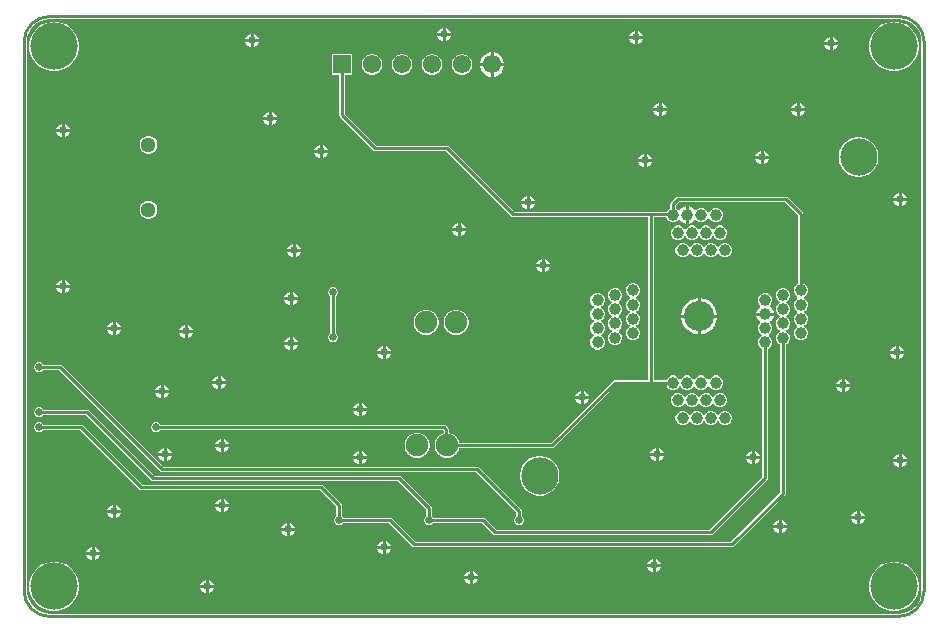
<source format=gbl>
G04*
G04 #@! TF.GenerationSoftware,Altium Limited,Altium Designer,21.3.2 (30)*
G04*
G04 Layer_Physical_Order=2*
G04 Layer_Color=65280*
%FSLAX24Y24*%
%MOIN*%
G70*
G04*
G04 #@! TF.SameCoordinates,FFBA0EC0-682D-4AE7-A023-BFB846BD403B*
G04*
G04*
G04 #@! TF.FilePolarity,Positive*
G04*
G01*
G75*
%ADD10C,0.0100*%
%ADD15C,0.0020*%
%ADD42R,0.0610X0.0610*%
%ADD43C,0.0610*%
%ADD44C,0.1004*%
%ADD45C,0.1240*%
%ADD46C,0.0394*%
%ADD47C,0.0512*%
%ADD48C,0.0750*%
%ADD49C,0.1575*%
%ADD50C,0.0250*%
G36*
X39301Y29894D02*
X39443Y29851D01*
X39573Y29781D01*
X39687Y29687D01*
X39781Y29573D01*
X39851Y29443D01*
X39894Y29301D01*
X39908Y29155D01*
X39908Y29154D01*
Y10846D01*
X39908Y10845D01*
X39894Y10699D01*
X39851Y10557D01*
X39781Y10427D01*
X39687Y10313D01*
X39573Y10219D01*
X39443Y10149D01*
X39301Y10106D01*
X39155Y10092D01*
X39154Y10092D01*
X10900D01*
X10898Y10091D01*
X10742Y10107D01*
X10590Y10153D01*
X10451Y10227D01*
X10328Y10328D01*
X10227Y10451D01*
X10153Y10590D01*
X10107Y10742D01*
X10091Y10898D01*
X10092Y10900D01*
Y29154D01*
X10092Y29155D01*
X10106Y29301D01*
X10149Y29443D01*
X10219Y29573D01*
X10313Y29687D01*
X10427Y29781D01*
X10557Y29851D01*
X10699Y29894D01*
X10845Y29908D01*
X10846Y29908D01*
X39154D01*
X39155Y29908D01*
X39301Y29894D01*
D02*
G37*
%LPC*%
G36*
X24050Y29623D02*
Y29450D01*
X24223D01*
X24191Y29527D01*
X24127Y29591D01*
X24050Y29623D01*
D02*
G37*
G36*
X23950D02*
X23873Y29591D01*
X23809Y29527D01*
X23777Y29450D01*
X23950D01*
Y29623D01*
D02*
G37*
G36*
X30450Y29523D02*
Y29350D01*
X30623D01*
X30591Y29427D01*
X30527Y29491D01*
X30450Y29523D01*
D02*
G37*
G36*
X30350D02*
X30273Y29491D01*
X30209Y29427D01*
X30177Y29350D01*
X30350D01*
Y29523D01*
D02*
G37*
G36*
X17650Y29423D02*
Y29250D01*
X17823D01*
X17791Y29327D01*
X17727Y29391D01*
X17650Y29423D01*
D02*
G37*
G36*
X17550D02*
X17473Y29391D01*
X17409Y29327D01*
X17377Y29250D01*
X17550D01*
Y29423D01*
D02*
G37*
G36*
X24223Y29350D02*
X24050D01*
Y29177D01*
X24127Y29209D01*
X24191Y29273D01*
X24223Y29350D01*
D02*
G37*
G36*
X23950D02*
X23777D01*
X23809Y29273D01*
X23873Y29209D01*
X23950Y29177D01*
Y29350D01*
D02*
G37*
G36*
X36950Y29323D02*
Y29150D01*
X37123D01*
X37091Y29227D01*
X37027Y29291D01*
X36950Y29323D01*
D02*
G37*
G36*
X36850D02*
X36773Y29291D01*
X36709Y29227D01*
X36677Y29150D01*
X36850D01*
Y29323D01*
D02*
G37*
G36*
X30623Y29250D02*
X30450D01*
Y29077D01*
X30527Y29109D01*
X30591Y29173D01*
X30623Y29250D01*
D02*
G37*
G36*
X30350D02*
X30177D01*
X30209Y29173D01*
X30273Y29109D01*
X30350Y29077D01*
Y29250D01*
D02*
G37*
G36*
X17823Y29150D02*
X17650D01*
Y28977D01*
X17727Y29009D01*
X17791Y29073D01*
X17823Y29150D01*
D02*
G37*
G36*
X17550D02*
X17377D01*
X17409Y29073D01*
X17473Y29009D01*
X17550Y28977D01*
Y29150D01*
D02*
G37*
G36*
X37123Y29050D02*
X36950D01*
Y28877D01*
X37027Y28909D01*
X37091Y28973D01*
X37123Y29050D01*
D02*
G37*
G36*
X36850D02*
X36677D01*
X36709Y28973D01*
X36773Y28909D01*
X36850Y28877D01*
Y29050D01*
D02*
G37*
G36*
X25653Y28805D02*
X25650D01*
Y28450D01*
X26005D01*
Y28453D01*
X25978Y28556D01*
X25924Y28649D01*
X25849Y28724D01*
X25756Y28778D01*
X25653Y28805D01*
D02*
G37*
G36*
X25550D02*
X25547D01*
X25444Y28778D01*
X25351Y28724D01*
X25276Y28649D01*
X25222Y28556D01*
X25195Y28453D01*
Y28450D01*
X25550D01*
Y28805D01*
D02*
G37*
G36*
X39081Y29827D02*
X38919D01*
X38759Y29796D01*
X38608Y29733D01*
X38473Y29643D01*
X38357Y29527D01*
X38267Y29392D01*
X38204Y29241D01*
X38173Y29081D01*
Y28919D01*
X38204Y28759D01*
X38267Y28608D01*
X38357Y28473D01*
X38473Y28357D01*
X38608Y28267D01*
X38759Y28204D01*
X38919Y28173D01*
X39081D01*
X39241Y28204D01*
X39392Y28267D01*
X39527Y28357D01*
X39643Y28473D01*
X39733Y28608D01*
X39796Y28759D01*
X39827Y28919D01*
Y29081D01*
X39796Y29241D01*
X39733Y29392D01*
X39643Y29527D01*
X39527Y29643D01*
X39392Y29733D01*
X39241Y29796D01*
X39081Y29827D01*
D02*
G37*
G36*
X11081D02*
X10919D01*
X10759Y29796D01*
X10608Y29733D01*
X10473Y29643D01*
X10357Y29527D01*
X10267Y29392D01*
X10204Y29241D01*
X10173Y29081D01*
Y28919D01*
X10204Y28759D01*
X10267Y28608D01*
X10357Y28473D01*
X10473Y28357D01*
X10608Y28267D01*
X10759Y28204D01*
X10919Y28173D01*
X11081D01*
X11241Y28204D01*
X11392Y28267D01*
X11527Y28357D01*
X11643Y28473D01*
X11733Y28608D01*
X11796Y28759D01*
X11827Y28919D01*
Y29081D01*
X11796Y29241D01*
X11733Y29392D01*
X11643Y29527D01*
X11527Y29643D01*
X11392Y29733D01*
X11241Y29796D01*
X11081Y29827D01*
D02*
G37*
G36*
X24645Y28745D02*
X24555D01*
X24467Y28722D01*
X24388Y28676D01*
X24324Y28612D01*
X24278Y28533D01*
X24255Y28445D01*
Y28355D01*
X24278Y28267D01*
X24324Y28188D01*
X24388Y28124D01*
X24467Y28078D01*
X24555Y28055D01*
X24645D01*
X24733Y28078D01*
X24812Y28124D01*
X24876Y28188D01*
X24922Y28267D01*
X24945Y28355D01*
Y28445D01*
X24922Y28533D01*
X24876Y28612D01*
X24812Y28676D01*
X24733Y28722D01*
X24645Y28745D01*
D02*
G37*
G36*
X23645D02*
X23555D01*
X23467Y28722D01*
X23388Y28676D01*
X23324Y28612D01*
X23278Y28533D01*
X23255Y28445D01*
Y28355D01*
X23278Y28267D01*
X23324Y28188D01*
X23388Y28124D01*
X23467Y28078D01*
X23555Y28055D01*
X23645D01*
X23733Y28078D01*
X23812Y28124D01*
X23876Y28188D01*
X23922Y28267D01*
X23945Y28355D01*
Y28445D01*
X23922Y28533D01*
X23876Y28612D01*
X23812Y28676D01*
X23733Y28722D01*
X23645Y28745D01*
D02*
G37*
G36*
X22645D02*
X22555D01*
X22467Y28722D01*
X22388Y28676D01*
X22324Y28612D01*
X22278Y28533D01*
X22255Y28445D01*
Y28355D01*
X22278Y28267D01*
X22324Y28188D01*
X22388Y28124D01*
X22467Y28078D01*
X22555Y28055D01*
X22645D01*
X22733Y28078D01*
X22812Y28124D01*
X22876Y28188D01*
X22922Y28267D01*
X22945Y28355D01*
Y28445D01*
X22922Y28533D01*
X22876Y28612D01*
X22812Y28676D01*
X22733Y28722D01*
X22645Y28745D01*
D02*
G37*
G36*
X21645D02*
X21555D01*
X21467Y28722D01*
X21388Y28676D01*
X21324Y28612D01*
X21278Y28533D01*
X21255Y28445D01*
Y28355D01*
X21278Y28267D01*
X21324Y28188D01*
X21388Y28124D01*
X21467Y28078D01*
X21555Y28055D01*
X21645D01*
X21733Y28078D01*
X21812Y28124D01*
X21876Y28188D01*
X21922Y28267D01*
X21945Y28355D01*
Y28445D01*
X21922Y28533D01*
X21876Y28612D01*
X21812Y28676D01*
X21733Y28722D01*
X21645Y28745D01*
D02*
G37*
G36*
X26005Y28350D02*
X25650D01*
Y27995D01*
X25653D01*
X25756Y28022D01*
X25849Y28076D01*
X25924Y28151D01*
X25978Y28244D01*
X26005Y28347D01*
Y28350D01*
D02*
G37*
G36*
X25550D02*
X25195D01*
Y28347D01*
X25222Y28244D01*
X25276Y28151D01*
X25351Y28076D01*
X25444Y28022D01*
X25547Y27995D01*
X25550D01*
Y28350D01*
D02*
G37*
G36*
X35850Y27123D02*
Y26950D01*
X36023D01*
X35991Y27027D01*
X35927Y27091D01*
X35850Y27123D01*
D02*
G37*
G36*
X35750D02*
X35673Y27091D01*
X35609Y27027D01*
X35577Y26950D01*
X35750D01*
Y27123D01*
D02*
G37*
G36*
X31250D02*
Y26950D01*
X31423D01*
X31391Y27027D01*
X31327Y27091D01*
X31250Y27123D01*
D02*
G37*
G36*
X31150D02*
X31073Y27091D01*
X31009Y27027D01*
X30977Y26950D01*
X31150D01*
Y27123D01*
D02*
G37*
G36*
X36023Y26850D02*
X35850D01*
Y26677D01*
X35927Y26709D01*
X35991Y26773D01*
X36023Y26850D01*
D02*
G37*
G36*
X35750D02*
X35577D01*
X35609Y26773D01*
X35673Y26709D01*
X35750Y26677D01*
Y26850D01*
D02*
G37*
G36*
X31423D02*
X31250D01*
Y26677D01*
X31327Y26709D01*
X31391Y26773D01*
X31423Y26850D01*
D02*
G37*
G36*
X31150D02*
X30977D01*
X31009Y26773D01*
X31073Y26709D01*
X31150Y26677D01*
Y26850D01*
D02*
G37*
G36*
X18250Y26823D02*
Y26650D01*
X18423D01*
X18391Y26727D01*
X18327Y26791D01*
X18250Y26823D01*
D02*
G37*
G36*
X18150D02*
X18073Y26791D01*
X18009Y26727D01*
X17977Y26650D01*
X18150D01*
Y26823D01*
D02*
G37*
G36*
X18423Y26550D02*
X18250D01*
Y26377D01*
X18327Y26409D01*
X18391Y26473D01*
X18423Y26550D01*
D02*
G37*
G36*
X18150D02*
X17977D01*
X18009Y26473D01*
X18073Y26409D01*
X18150Y26377D01*
Y26550D01*
D02*
G37*
G36*
X11350Y26423D02*
Y26250D01*
X11523D01*
X11491Y26327D01*
X11427Y26391D01*
X11350Y26423D01*
D02*
G37*
G36*
X11250D02*
X11173Y26391D01*
X11109Y26327D01*
X11077Y26250D01*
X11250D01*
Y26423D01*
D02*
G37*
G36*
X11523Y26150D02*
X11350D01*
Y25977D01*
X11427Y26009D01*
X11491Y26073D01*
X11523Y26150D01*
D02*
G37*
G36*
X11250D02*
X11077D01*
X11109Y26073D01*
X11173Y26009D01*
X11250Y25977D01*
Y26150D01*
D02*
G37*
G36*
X19950Y25723D02*
Y25550D01*
X20123D01*
X20091Y25627D01*
X20027Y25691D01*
X19950Y25723D01*
D02*
G37*
G36*
X19850D02*
X19773Y25691D01*
X19709Y25627D01*
X19677Y25550D01*
X19850D01*
Y25723D01*
D02*
G37*
G36*
X14183Y26017D02*
X14105D01*
X14030Y25997D01*
X13962Y25958D01*
X13907Y25903D01*
X13868Y25835D01*
X13848Y25760D01*
Y25682D01*
X13868Y25607D01*
X13907Y25539D01*
X13962Y25484D01*
X14030Y25445D01*
X14105Y25425D01*
X14183D01*
X14258Y25445D01*
X14326Y25484D01*
X14381Y25539D01*
X14420Y25607D01*
X14440Y25682D01*
Y25760D01*
X14420Y25835D01*
X14381Y25903D01*
X14326Y25958D01*
X14258Y25997D01*
X14183Y26017D01*
D02*
G37*
G36*
X34650Y25523D02*
Y25350D01*
X34823D01*
X34791Y25427D01*
X34727Y25491D01*
X34650Y25523D01*
D02*
G37*
G36*
X34550D02*
X34473Y25491D01*
X34409Y25427D01*
X34377Y25350D01*
X34550D01*
Y25523D01*
D02*
G37*
G36*
X20123Y25450D02*
X19950D01*
Y25277D01*
X20027Y25309D01*
X20091Y25373D01*
X20123Y25450D01*
D02*
G37*
G36*
X19850D02*
X19677D01*
X19709Y25373D01*
X19773Y25309D01*
X19850Y25277D01*
Y25450D01*
D02*
G37*
G36*
X30750Y25423D02*
Y25250D01*
X30923D01*
X30891Y25327D01*
X30827Y25391D01*
X30750Y25423D01*
D02*
G37*
G36*
X30650D02*
X30573Y25391D01*
X30509Y25327D01*
X30477Y25250D01*
X30650D01*
Y25423D01*
D02*
G37*
G36*
X34823Y25250D02*
X34650D01*
Y25077D01*
X34727Y25109D01*
X34791Y25173D01*
X34823Y25250D01*
D02*
G37*
G36*
X34550D02*
X34377D01*
X34409Y25173D01*
X34473Y25109D01*
X34550Y25077D01*
Y25250D01*
D02*
G37*
G36*
X30923Y25150D02*
X30750D01*
Y24977D01*
X30827Y25009D01*
X30891Y25073D01*
X30923Y25150D01*
D02*
G37*
G36*
X30650D02*
X30477D01*
X30509Y25073D01*
X30573Y25009D01*
X30650Y24977D01*
Y25150D01*
D02*
G37*
G36*
X37880Y25975D02*
X37750D01*
X37622Y25950D01*
X37502Y25900D01*
X37394Y25828D01*
X37302Y25736D01*
X37230Y25628D01*
X37180Y25507D01*
X37155Y25380D01*
Y25250D01*
X37180Y25122D01*
X37230Y25002D01*
X37302Y24894D01*
X37394Y24802D01*
X37502Y24730D01*
X37622Y24680D01*
X37750Y24655D01*
X37880D01*
X38008Y24680D01*
X38128Y24730D01*
X38236Y24802D01*
X38328Y24894D01*
X38400Y25002D01*
X38450Y25122D01*
X38475Y25250D01*
Y25380D01*
X38450Y25507D01*
X38400Y25628D01*
X38328Y25736D01*
X38236Y25828D01*
X38128Y25900D01*
X38008Y25950D01*
X37880Y25975D01*
D02*
G37*
G36*
X39250Y24123D02*
Y23950D01*
X39423D01*
X39391Y24027D01*
X39327Y24091D01*
X39250Y24123D01*
D02*
G37*
G36*
X39150D02*
X39073Y24091D01*
X39009Y24027D01*
X38977Y23950D01*
X39150D01*
Y24123D01*
D02*
G37*
G36*
X26850Y24023D02*
Y23850D01*
X27023D01*
X26991Y23927D01*
X26927Y23991D01*
X26850Y24023D01*
D02*
G37*
G36*
X26750D02*
X26673Y23991D01*
X26609Y23927D01*
X26577Y23850D01*
X26750D01*
Y24023D01*
D02*
G37*
G36*
X39423Y23850D02*
X39250D01*
Y23677D01*
X39327Y23709D01*
X39391Y23773D01*
X39423Y23850D01*
D02*
G37*
G36*
X39150D02*
X38977D01*
X39009Y23773D01*
X39073Y23709D01*
X39150Y23677D01*
Y23850D01*
D02*
G37*
G36*
X27023Y23750D02*
X26850D01*
Y23577D01*
X26927Y23609D01*
X26991Y23673D01*
X27023Y23750D01*
D02*
G37*
G36*
X26750D02*
X26577D01*
X26609Y23673D01*
X26673Y23609D01*
X26750Y23577D01*
Y23750D01*
D02*
G37*
G36*
X14183Y23851D02*
X14105D01*
X14030Y23831D01*
X13962Y23792D01*
X13907Y23737D01*
X13868Y23670D01*
X13848Y23594D01*
Y23517D01*
X13868Y23441D01*
X13907Y23374D01*
X13962Y23319D01*
X14030Y23280D01*
X14105Y23260D01*
X14183D01*
X14258Y23280D01*
X14326Y23319D01*
X14381Y23374D01*
X14420Y23441D01*
X14440Y23517D01*
Y23594D01*
X14420Y23670D01*
X14381Y23737D01*
X14326Y23792D01*
X14258Y23831D01*
X14183Y23851D01*
D02*
G37*
G36*
X32156Y23680D02*
Y23386D01*
Y23092D01*
X32221Y23109D01*
X32289Y23148D01*
X32344Y23204D01*
X32348Y23211D01*
X32411Y23219D01*
X32445Y23185D01*
X32532Y23149D01*
X32626D01*
X32713Y23185D01*
X32780Y23252D01*
X32790Y23277D01*
X32840D01*
X32850Y23252D01*
X32917Y23185D01*
X33004Y23149D01*
X33098D01*
X33185Y23185D01*
X33252Y23252D01*
X33288Y23339D01*
Y23433D01*
X33252Y23520D01*
X33185Y23587D01*
X33098Y23623D01*
X33004D01*
X32917Y23587D01*
X32850Y23520D01*
X32840Y23495D01*
X32790D01*
X32780Y23520D01*
X32713Y23587D01*
X32626Y23623D01*
X32532D01*
X32445Y23587D01*
X32411Y23553D01*
X32348Y23561D01*
X32344Y23568D01*
X32289Y23623D01*
X32221Y23662D01*
X32156Y23680D01*
D02*
G37*
G36*
X24550Y23123D02*
Y22950D01*
X24723D01*
X24691Y23027D01*
X24627Y23091D01*
X24550Y23123D01*
D02*
G37*
G36*
X24450D02*
X24373Y23091D01*
X24309Y23027D01*
X24277Y22950D01*
X24450D01*
Y23123D01*
D02*
G37*
G36*
X33256Y23032D02*
X33162D01*
X33075Y22996D01*
X33008Y22929D01*
X32997Y22904D01*
X32947D01*
X32937Y22929D01*
X32870Y22996D01*
X32783Y23032D01*
X32689D01*
X32602Y22996D01*
X32535Y22929D01*
X32525Y22904D01*
X32475D01*
X32465Y22929D01*
X32398Y22996D01*
X32311Y23032D01*
X32217D01*
X32130Y22996D01*
X32063Y22929D01*
X32053Y22904D01*
X32003D01*
X31992Y22929D01*
X31926Y22996D01*
X31839Y23032D01*
X31744D01*
X31657Y22996D01*
X31591Y22929D01*
X31555Y22842D01*
Y22748D01*
X31591Y22661D01*
X31657Y22594D01*
X31744Y22558D01*
X31839D01*
X31926Y22594D01*
X31992Y22661D01*
X32003Y22686D01*
X32053D01*
X32063Y22661D01*
X32130Y22594D01*
X32217Y22558D01*
X32311D01*
X32398Y22594D01*
X32465Y22661D01*
X32475Y22686D01*
X32525D01*
X32535Y22661D01*
X32602Y22594D01*
X32689Y22558D01*
X32783D01*
X32870Y22594D01*
X32937Y22661D01*
X32947Y22686D01*
X32997D01*
X33008Y22661D01*
X33075Y22594D01*
X33162Y22558D01*
X33256D01*
X33343Y22594D01*
X33409Y22661D01*
X33446Y22748D01*
Y22842D01*
X33409Y22929D01*
X33343Y22996D01*
X33256Y23032D01*
D02*
G37*
G36*
X24723Y22850D02*
X24550D01*
Y22677D01*
X24627Y22709D01*
X24691Y22773D01*
X24723Y22850D01*
D02*
G37*
G36*
X24450D02*
X24277D01*
X24309Y22773D01*
X24373Y22709D01*
X24450Y22677D01*
Y22850D01*
D02*
G37*
G36*
X33413Y22442D02*
X33319D01*
X33232Y22405D01*
X33165Y22339D01*
X33155Y22314D01*
X33105D01*
X33094Y22339D01*
X33028Y22405D01*
X32941Y22442D01*
X32847D01*
X32760Y22405D01*
X32693Y22339D01*
X32682Y22314D01*
X32633D01*
X32622Y22339D01*
X32555Y22405D01*
X32468Y22442D01*
X32374D01*
X32287Y22405D01*
X32221Y22339D01*
X32210Y22314D01*
X32160D01*
X32150Y22339D01*
X32083Y22405D01*
X31996Y22442D01*
X31902D01*
X31815Y22405D01*
X31748Y22339D01*
X31712Y22252D01*
Y22158D01*
X31748Y22071D01*
X31815Y22004D01*
X31902Y21968D01*
X31996D01*
X32083Y22004D01*
X32150Y22071D01*
X32160Y22096D01*
X32210D01*
X32221Y22071D01*
X32287Y22004D01*
X32374Y21968D01*
X32468D01*
X32555Y22004D01*
X32622Y22071D01*
X32633Y22096D01*
X32682D01*
X32693Y22071D01*
X32760Y22004D01*
X32847Y21968D01*
X32941D01*
X33028Y22004D01*
X33094Y22071D01*
X33105Y22096D01*
X33155D01*
X33165Y22071D01*
X33232Y22004D01*
X33319Y21968D01*
X33413D01*
X33500Y22004D01*
X33567Y22071D01*
X33603Y22158D01*
Y22252D01*
X33567Y22339D01*
X33500Y22405D01*
X33413Y22442D01*
D02*
G37*
G36*
X19050Y22423D02*
Y22250D01*
X19223D01*
X19191Y22327D01*
X19127Y22391D01*
X19050Y22423D01*
D02*
G37*
G36*
X18950D02*
X18873Y22391D01*
X18809Y22327D01*
X18777Y22250D01*
X18950D01*
Y22423D01*
D02*
G37*
G36*
X19223Y22150D02*
X19050D01*
Y21977D01*
X19127Y22009D01*
X19191Y22073D01*
X19223Y22150D01*
D02*
G37*
G36*
X18950D02*
X18777D01*
X18809Y22073D01*
X18873Y22009D01*
X18950Y21977D01*
Y22150D01*
D02*
G37*
G36*
X27350Y21923D02*
Y21750D01*
X27523D01*
X27491Y21827D01*
X27427Y21891D01*
X27350Y21923D01*
D02*
G37*
G36*
X27250D02*
X27173Y21891D01*
X27109Y21827D01*
X27077Y21750D01*
X27250D01*
Y21923D01*
D02*
G37*
G36*
X27523Y21650D02*
X27350D01*
Y21477D01*
X27427Y21509D01*
X27491Y21573D01*
X27523Y21650D01*
D02*
G37*
G36*
X27250D02*
X27077D01*
X27109Y21573D01*
X27173Y21509D01*
X27250Y21477D01*
Y21650D01*
D02*
G37*
G36*
X11350Y21223D02*
Y21050D01*
X11523D01*
X11491Y21127D01*
X11427Y21191D01*
X11350Y21223D01*
D02*
G37*
G36*
X11250D02*
X11173Y21191D01*
X11109Y21127D01*
X11077Y21050D01*
X11250D01*
Y21223D01*
D02*
G37*
G36*
X11523Y20950D02*
X11350D01*
Y20777D01*
X11427Y20809D01*
X11491Y20873D01*
X11523Y20950D01*
D02*
G37*
G36*
X11250D02*
X11077D01*
X11109Y20873D01*
X11173Y20809D01*
X11250Y20777D01*
Y20950D01*
D02*
G37*
G36*
X18950Y20823D02*
Y20650D01*
X19123D01*
X19091Y20727D01*
X19027Y20791D01*
X18950Y20823D01*
D02*
G37*
G36*
X18850D02*
X18773Y20791D01*
X18709Y20727D01*
X18677Y20650D01*
X18850D01*
Y20823D01*
D02*
G37*
G36*
X19123Y20550D02*
X18950D01*
Y20377D01*
X19027Y20409D01*
X19091Y20473D01*
X19123Y20550D01*
D02*
G37*
G36*
X18850D02*
X18677D01*
X18709Y20473D01*
X18773Y20409D01*
X18850Y20377D01*
Y20550D01*
D02*
G37*
G36*
X34752Y20788D02*
X34658D01*
X34571Y20752D01*
X34504Y20685D01*
X34468Y20598D01*
Y20504D01*
X34504Y20417D01*
X34538Y20383D01*
X34530Y20320D01*
X34522Y20316D01*
X34467Y20261D01*
X34428Y20193D01*
X34411Y20129D01*
X34999D01*
X34981Y20193D01*
X34942Y20261D01*
X34887Y20316D01*
X34880Y20320D01*
X34871Y20383D01*
X34905Y20417D01*
X34942Y20504D01*
Y20598D01*
X34905Y20685D01*
X34839Y20752D01*
X34752Y20788D01*
D02*
G37*
G36*
X32559Y20602D02*
X32550D01*
Y20050D01*
X33102D01*
Y20059D01*
X33079Y20176D01*
X33033Y20285D01*
X32968Y20384D01*
X32884Y20468D01*
X32785Y20533D01*
X32676Y20579D01*
X32559Y20602D01*
D02*
G37*
G36*
X32450D02*
X32441D01*
X32324Y20579D01*
X32215Y20533D01*
X32116Y20468D01*
X32032Y20384D01*
X31967Y20285D01*
X31921Y20176D01*
X31898Y20059D01*
Y20050D01*
X32450D01*
Y20602D01*
D02*
G37*
G36*
X13050Y19823D02*
Y19650D01*
X13223D01*
X13191Y19727D01*
X13127Y19791D01*
X13050Y19823D01*
D02*
G37*
G36*
X12950D02*
X12873Y19791D01*
X12809Y19727D01*
X12777Y19650D01*
X12950D01*
Y19823D01*
D02*
G37*
G36*
X15450Y19723D02*
Y19550D01*
X15623D01*
X15591Y19627D01*
X15527Y19691D01*
X15450Y19723D01*
D02*
G37*
G36*
X15350D02*
X15273Y19691D01*
X15209Y19627D01*
X15177Y19550D01*
X15350D01*
Y19723D01*
D02*
G37*
G36*
X33102Y19950D02*
X32550D01*
Y19398D01*
X32559D01*
X32676Y19421D01*
X32785Y19467D01*
X32884Y19532D01*
X32968Y19616D01*
X33033Y19715D01*
X33079Y19824D01*
X33102Y19941D01*
Y19950D01*
D02*
G37*
G36*
X32450D02*
X31898D01*
Y19941D01*
X31921Y19824D01*
X31967Y19715D01*
X32032Y19616D01*
X32116Y19532D01*
X32215Y19467D01*
X32324Y19421D01*
X32441Y19398D01*
X32450D01*
Y19950D01*
D02*
G37*
G36*
X24455Y20215D02*
X24345D01*
X24240Y20187D01*
X24145Y20132D01*
X24068Y20055D01*
X24013Y19960D01*
X23985Y19855D01*
Y19745D01*
X24013Y19640D01*
X24068Y19545D01*
X24145Y19468D01*
X24240Y19413D01*
X24345Y19385D01*
X24455D01*
X24560Y19413D01*
X24655Y19468D01*
X24732Y19545D01*
X24787Y19640D01*
X24815Y19745D01*
Y19855D01*
X24787Y19960D01*
X24732Y20055D01*
X24655Y20132D01*
X24560Y20187D01*
X24455Y20215D01*
D02*
G37*
G36*
X23455D02*
X23345D01*
X23240Y20187D01*
X23145Y20132D01*
X23068Y20055D01*
X23013Y19960D01*
X22985Y19855D01*
Y19745D01*
X23013Y19640D01*
X23068Y19545D01*
X23145Y19468D01*
X23240Y19413D01*
X23345Y19385D01*
X23455D01*
X23560Y19413D01*
X23655Y19468D01*
X23732Y19545D01*
X23787Y19640D01*
X23815Y19745D01*
Y19855D01*
X23787Y19960D01*
X23732Y20055D01*
X23655Y20132D01*
X23560Y20187D01*
X23455Y20215D01*
D02*
G37*
G36*
X13223Y19550D02*
X13050D01*
Y19377D01*
X13127Y19409D01*
X13191Y19473D01*
X13223Y19550D01*
D02*
G37*
G36*
X12950D02*
X12777D01*
X12809Y19473D01*
X12873Y19409D01*
X12950Y19377D01*
Y19550D01*
D02*
G37*
G36*
X15623Y19450D02*
X15450D01*
Y19277D01*
X15527Y19309D01*
X15591Y19373D01*
X15623Y19450D01*
D02*
G37*
G36*
X15350D02*
X15177D01*
X15209Y19373D01*
X15273Y19309D01*
X15350Y19277D01*
Y19450D01*
D02*
G37*
G36*
X20945Y28745D02*
X20255D01*
Y28055D01*
X20508D01*
Y26700D01*
X20515Y26665D01*
X20535Y26635D01*
X21635Y25535D01*
X21665Y25515D01*
X21700Y25508D01*
X24062D01*
X26235Y23335D01*
X26265Y23315D01*
X26300Y23308D01*
X30808D01*
Y17887D01*
X29695D01*
X29660Y17880D01*
X29630Y17860D01*
X27562Y15792D01*
X24505D01*
X24487Y15860D01*
X24432Y15955D01*
X24355Y16032D01*
X24260Y16087D01*
X24167Y16112D01*
Y16225D01*
X24160Y16260D01*
X24140Y16290D01*
X24065Y16365D01*
X24035Y16385D01*
X24000Y16392D01*
X14541D01*
X14540Y16393D01*
X14493Y16440D01*
X14433Y16465D01*
X14367D01*
X14307Y16440D01*
X14260Y16393D01*
X14235Y16333D01*
Y16267D01*
X14260Y16207D01*
X14307Y16160D01*
X14367Y16135D01*
X14433D01*
X14493Y16160D01*
X14540Y16207D01*
X14541Y16208D01*
X23962D01*
X23983Y16187D01*
Y16098D01*
X23940Y16087D01*
X23845Y16032D01*
X23768Y15955D01*
X23713Y15860D01*
X23685Y15755D01*
Y15645D01*
X23713Y15540D01*
X23768Y15445D01*
X23845Y15368D01*
X23940Y15313D01*
X24045Y15285D01*
X24155D01*
X24260Y15313D01*
X24355Y15368D01*
X24432Y15445D01*
X24487Y15540D01*
X24505Y15608D01*
X27600D01*
X27635Y15615D01*
X27665Y15635D01*
X29733Y17703D01*
X31416D01*
X31433Y17661D01*
X31500Y17594D01*
X31587Y17558D01*
X31681D01*
X31768Y17594D01*
X31835Y17661D01*
X31845Y17686D01*
X31895D01*
X31906Y17661D01*
X31972Y17594D01*
X32059Y17558D01*
X32153D01*
X32240Y17594D01*
X32307Y17661D01*
X32318Y17686D01*
X32368D01*
X32378Y17661D01*
X32445Y17594D01*
X32532Y17558D01*
X32626D01*
X32713Y17594D01*
X32780Y17661D01*
X32790Y17686D01*
X32840D01*
X32850Y17661D01*
X32917Y17594D01*
X33004Y17558D01*
X33098D01*
X33185Y17594D01*
X33252Y17661D01*
X33288Y17748D01*
Y17842D01*
X33252Y17929D01*
X33185Y17996D01*
X33098Y18032D01*
X33004D01*
X32917Y17996D01*
X32850Y17929D01*
X32840Y17904D01*
X32790D01*
X32780Y17929D01*
X32713Y17996D01*
X32626Y18032D01*
X32532D01*
X32445Y17996D01*
X32378Y17929D01*
X32368Y17904D01*
X32318D01*
X32307Y17929D01*
X32240Y17996D01*
X32153Y18032D01*
X32059D01*
X31972Y17996D01*
X31906Y17929D01*
X31895Y17904D01*
X31845D01*
X31835Y17929D01*
X31768Y17996D01*
X31681Y18032D01*
X31587D01*
X31500Y17996D01*
X31433Y17929D01*
X31416Y17887D01*
X30992D01*
Y23308D01*
X31410D01*
X31433Y23252D01*
X31500Y23185D01*
X31587Y23149D01*
X31681D01*
X31768Y23185D01*
X31802Y23219D01*
X31865Y23211D01*
X31869Y23204D01*
X31924Y23148D01*
X31992Y23109D01*
X32056Y23092D01*
Y23386D01*
Y23680D01*
X31992Y23662D01*
X31924Y23623D01*
X31869Y23568D01*
X31865Y23561D01*
X31802Y23553D01*
X31768Y23587D01*
X31726Y23604D01*
Y23696D01*
X31838Y23808D01*
X35362D01*
X35794Y23376D01*
Y21084D01*
X35752Y21067D01*
X35685Y21000D01*
X35649Y20913D01*
Y20819D01*
X35685Y20732D01*
X35752Y20665D01*
X35777Y20655D01*
Y20605D01*
X35752Y20594D01*
X35685Y20528D01*
X35649Y20441D01*
Y20347D01*
X35685Y20260D01*
X35752Y20193D01*
X35777Y20182D01*
Y20132D01*
X35752Y20122D01*
X35685Y20055D01*
X35649Y19968D01*
Y19874D01*
X35685Y19787D01*
X35752Y19720D01*
X35777Y19710D01*
Y19660D01*
X35752Y19650D01*
X35685Y19583D01*
X35649Y19496D01*
Y19402D01*
X35685Y19315D01*
X35752Y19248D01*
X35839Y19212D01*
X35933D01*
X36020Y19248D01*
X36087Y19315D01*
X36123Y19402D01*
Y19496D01*
X36087Y19583D01*
X36020Y19650D01*
X35995Y19660D01*
Y19710D01*
X36020Y19720D01*
X36087Y19787D01*
X36123Y19874D01*
Y19968D01*
X36087Y20055D01*
X36020Y20122D01*
X35995Y20132D01*
Y20182D01*
X36020Y20193D01*
X36087Y20260D01*
X36123Y20347D01*
Y20441D01*
X36087Y20528D01*
X36020Y20594D01*
X35995Y20605D01*
Y20655D01*
X36020Y20665D01*
X36087Y20732D01*
X36123Y20819D01*
Y20913D01*
X36087Y21000D01*
X36020Y21067D01*
X35978Y21084D01*
Y23414D01*
X35971Y23449D01*
X35951Y23479D01*
X35465Y23965D01*
X35435Y23985D01*
X35400Y23992D01*
X31800D01*
X31765Y23985D01*
X31735Y23965D01*
X31569Y23799D01*
X31549Y23769D01*
X31542Y23734D01*
Y23604D01*
X31500Y23587D01*
X31433Y23520D01*
X31421Y23492D01*
X26338D01*
X24165Y25665D01*
X24135Y25685D01*
X24100Y25692D01*
X21738D01*
X20692Y26738D01*
Y28055D01*
X20945D01*
Y28745D01*
D02*
G37*
G36*
X30342Y21103D02*
X30248D01*
X30161Y21067D01*
X30095Y21000D01*
X30058Y20913D01*
Y20819D01*
X30095Y20732D01*
X30161Y20665D01*
X30186Y20655D01*
Y20605D01*
X30161Y20594D01*
X30095Y20528D01*
X30058Y20441D01*
Y20347D01*
X30095Y20260D01*
X30161Y20193D01*
X30186Y20182D01*
Y20132D01*
X30161Y20122D01*
X30095Y20055D01*
X30058Y19968D01*
Y19874D01*
X30095Y19787D01*
X30161Y19720D01*
X30186Y19710D01*
Y19660D01*
X30161Y19650D01*
X30095Y19583D01*
X30058Y19496D01*
Y19402D01*
X30095Y19315D01*
X30161Y19248D01*
X30248Y19212D01*
X30342D01*
X30429Y19248D01*
X30496Y19315D01*
X30532Y19402D01*
Y19496D01*
X30496Y19583D01*
X30429Y19650D01*
X30404Y19660D01*
Y19710D01*
X30429Y19720D01*
X30496Y19787D01*
X30532Y19874D01*
Y19968D01*
X30496Y20055D01*
X30429Y20122D01*
X30404Y20132D01*
Y20182D01*
X30429Y20193D01*
X30496Y20260D01*
X30532Y20347D01*
Y20441D01*
X30496Y20528D01*
X30429Y20594D01*
X30404Y20605D01*
Y20655D01*
X30429Y20665D01*
X30496Y20732D01*
X30532Y20819D01*
Y20913D01*
X30496Y21000D01*
X30429Y21067D01*
X30342Y21103D01*
D02*
G37*
G36*
X18950Y19323D02*
Y19150D01*
X19123D01*
X19091Y19227D01*
X19027Y19291D01*
X18950Y19323D01*
D02*
G37*
G36*
X18850D02*
X18773Y19291D01*
X18709Y19227D01*
X18677Y19150D01*
X18850D01*
Y19323D01*
D02*
G37*
G36*
X20333Y20965D02*
X20267D01*
X20207Y20940D01*
X20160Y20893D01*
X20135Y20833D01*
Y20767D01*
X20160Y20707D01*
X20207Y20660D01*
X20208Y20659D01*
Y19441D01*
X20207Y19440D01*
X20160Y19393D01*
X20135Y19333D01*
Y19267D01*
X20160Y19207D01*
X20207Y19160D01*
X20267Y19135D01*
X20333D01*
X20393Y19160D01*
X20440Y19207D01*
X20465Y19267D01*
Y19333D01*
X20440Y19393D01*
X20393Y19440D01*
X20392Y19441D01*
Y20659D01*
X20393Y20660D01*
X20440Y20707D01*
X20465Y20767D01*
Y20833D01*
X20440Y20893D01*
X20393Y20940D01*
X20333Y20965D01*
D02*
G37*
G36*
X29752Y20945D02*
X29658D01*
X29571Y20909D01*
X29504Y20843D01*
X29468Y20756D01*
Y20661D01*
X29504Y20574D01*
X29571Y20508D01*
X29596Y20497D01*
Y20447D01*
X29571Y20437D01*
X29504Y20370D01*
X29468Y20283D01*
Y20189D01*
X29504Y20102D01*
X29571Y20035D01*
X29596Y20025D01*
Y19975D01*
X29571Y19964D01*
X29504Y19898D01*
X29468Y19811D01*
Y19717D01*
X29504Y19630D01*
X29571Y19563D01*
X29596Y19553D01*
Y19503D01*
X29571Y19492D01*
X29504Y19425D01*
X29468Y19338D01*
Y19244D01*
X29504Y19157D01*
X29571Y19091D01*
X29658Y19054D01*
X29752D01*
X29839Y19091D01*
X29905Y19157D01*
X29942Y19244D01*
Y19338D01*
X29905Y19425D01*
X29839Y19492D01*
X29814Y19503D01*
Y19553D01*
X29839Y19563D01*
X29905Y19630D01*
X29942Y19717D01*
Y19811D01*
X29905Y19898D01*
X29839Y19964D01*
X29814Y19975D01*
Y20025D01*
X29839Y20035D01*
X29905Y20102D01*
X29942Y20189D01*
Y20283D01*
X29905Y20370D01*
X29839Y20437D01*
X29814Y20447D01*
Y20497D01*
X29839Y20508D01*
X29905Y20574D01*
X29942Y20661D01*
Y20756D01*
X29905Y20843D01*
X29839Y20909D01*
X29752Y20945D01*
D02*
G37*
G36*
X29161Y20788D02*
X29067D01*
X28980Y20752D01*
X28913Y20685D01*
X28877Y20598D01*
Y20504D01*
X28913Y20417D01*
X28980Y20350D01*
X29005Y20340D01*
Y20290D01*
X28980Y20279D01*
X28913Y20213D01*
X28877Y20126D01*
Y20032D01*
X28913Y19945D01*
X28980Y19878D01*
X29005Y19868D01*
Y19818D01*
X28980Y19807D01*
X28913Y19740D01*
X28877Y19653D01*
Y19559D01*
X28913Y19472D01*
X28980Y19406D01*
X29005Y19395D01*
Y19345D01*
X28980Y19335D01*
X28913Y19268D01*
X28877Y19181D01*
Y19087D01*
X28913Y19000D01*
X28980Y18933D01*
X29067Y18897D01*
X29161D01*
X29248Y18933D01*
X29315Y19000D01*
X29351Y19087D01*
Y19181D01*
X29315Y19268D01*
X29248Y19335D01*
X29223Y19345D01*
Y19395D01*
X29248Y19406D01*
X29315Y19472D01*
X29351Y19559D01*
Y19653D01*
X29315Y19740D01*
X29248Y19807D01*
X29223Y19818D01*
Y19868D01*
X29248Y19878D01*
X29315Y19945D01*
X29351Y20032D01*
Y20126D01*
X29315Y20213D01*
X29248Y20279D01*
X29223Y20290D01*
Y20340D01*
X29248Y20350D01*
X29315Y20417D01*
X29351Y20504D01*
Y20598D01*
X29315Y20685D01*
X29248Y20752D01*
X29161Y20788D01*
D02*
G37*
G36*
X19123Y19050D02*
X18950D01*
Y18877D01*
X19027Y18909D01*
X19091Y18973D01*
X19123Y19050D01*
D02*
G37*
G36*
X18850D02*
X18677D01*
X18709Y18973D01*
X18773Y18909D01*
X18850Y18877D01*
Y19050D01*
D02*
G37*
G36*
X39150Y19023D02*
Y18850D01*
X39323D01*
X39291Y18927D01*
X39227Y18991D01*
X39150Y19023D01*
D02*
G37*
G36*
X39050D02*
X38973Y18991D01*
X38909Y18927D01*
X38877Y18850D01*
X39050D01*
Y19023D01*
D02*
G37*
G36*
X22050D02*
Y18850D01*
X22223D01*
X22191Y18927D01*
X22127Y18991D01*
X22050Y19023D01*
D02*
G37*
G36*
X21950D02*
X21873Y18991D01*
X21809Y18927D01*
X21777Y18850D01*
X21950D01*
Y19023D01*
D02*
G37*
G36*
X39323Y18750D02*
X39150D01*
Y18577D01*
X39227Y18609D01*
X39291Y18673D01*
X39323Y18750D01*
D02*
G37*
G36*
X39050D02*
X38877D01*
X38909Y18673D01*
X38973Y18609D01*
X39050Y18577D01*
Y18750D01*
D02*
G37*
G36*
X22223D02*
X22050D01*
Y18577D01*
X22127Y18609D01*
X22191Y18673D01*
X22223Y18750D01*
D02*
G37*
G36*
X21950D02*
X21777D01*
X21809Y18673D01*
X21873Y18609D01*
X21950Y18577D01*
Y18750D01*
D02*
G37*
G36*
X16550Y18023D02*
Y17850D01*
X16723D01*
X16691Y17927D01*
X16627Y17991D01*
X16550Y18023D01*
D02*
G37*
G36*
X16450D02*
X16373Y17991D01*
X16309Y17927D01*
X16277Y17850D01*
X16450D01*
Y18023D01*
D02*
G37*
G36*
X37350Y17923D02*
Y17750D01*
X37523D01*
X37491Y17827D01*
X37427Y17891D01*
X37350Y17923D01*
D02*
G37*
G36*
X37250D02*
X37173Y17891D01*
X37109Y17827D01*
X37077Y17750D01*
X37250D01*
Y17923D01*
D02*
G37*
G36*
X16723Y17750D02*
X16550D01*
Y17577D01*
X16627Y17609D01*
X16691Y17673D01*
X16723Y17750D01*
D02*
G37*
G36*
X16450D02*
X16277D01*
X16309Y17673D01*
X16373Y17609D01*
X16450Y17577D01*
Y17750D01*
D02*
G37*
G36*
X14650Y17723D02*
Y17550D01*
X14823D01*
X14791Y17627D01*
X14727Y17691D01*
X14650Y17723D01*
D02*
G37*
G36*
X14550D02*
X14473Y17691D01*
X14409Y17627D01*
X14377Y17550D01*
X14550D01*
Y17723D01*
D02*
G37*
G36*
X37523Y17650D02*
X37350D01*
Y17477D01*
X37427Y17509D01*
X37491Y17573D01*
X37523Y17650D01*
D02*
G37*
G36*
X37250D02*
X37077D01*
X37109Y17573D01*
X37173Y17509D01*
X37250Y17477D01*
Y17650D01*
D02*
G37*
G36*
X28650Y17523D02*
Y17350D01*
X28823D01*
X28791Y17427D01*
X28727Y17491D01*
X28650Y17523D01*
D02*
G37*
G36*
X28550D02*
X28473Y17491D01*
X28409Y17427D01*
X28377Y17350D01*
X28550D01*
Y17523D01*
D02*
G37*
G36*
X33256Y17442D02*
X33162D01*
X33075Y17405D01*
X33008Y17339D01*
X32997Y17314D01*
X32947D01*
X32937Y17339D01*
X32870Y17405D01*
X32783Y17442D01*
X32689D01*
X32602Y17405D01*
X32535Y17339D01*
X32525Y17314D01*
X32475D01*
X32465Y17339D01*
X32398Y17405D01*
X32311Y17442D01*
X32217D01*
X32130Y17405D01*
X32063Y17339D01*
X32053Y17314D01*
X32003D01*
X31992Y17339D01*
X31926Y17405D01*
X31839Y17442D01*
X31744D01*
X31657Y17405D01*
X31591Y17339D01*
X31555Y17252D01*
Y17158D01*
X31591Y17071D01*
X31657Y17004D01*
X31744Y16968D01*
X31839D01*
X31926Y17004D01*
X31992Y17071D01*
X32003Y17096D01*
X32053D01*
X32063Y17071D01*
X32130Y17004D01*
X32217Y16968D01*
X32311D01*
X32398Y17004D01*
X32465Y17071D01*
X32475Y17096D01*
X32525D01*
X32535Y17071D01*
X32602Y17004D01*
X32689Y16968D01*
X32783D01*
X32870Y17004D01*
X32937Y17071D01*
X32947Y17096D01*
X32997D01*
X33008Y17071D01*
X33075Y17004D01*
X33162Y16968D01*
X33256D01*
X33343Y17004D01*
X33409Y17071D01*
X33446Y17158D01*
Y17252D01*
X33409Y17339D01*
X33343Y17405D01*
X33256Y17442D01*
D02*
G37*
G36*
X14823Y17450D02*
X14650D01*
Y17277D01*
X14727Y17309D01*
X14791Y17373D01*
X14823Y17450D01*
D02*
G37*
G36*
X14550D02*
X14377D01*
X14409Y17373D01*
X14473Y17309D01*
X14550Y17277D01*
Y17450D01*
D02*
G37*
G36*
X28823Y17250D02*
X28650D01*
Y17077D01*
X28727Y17109D01*
X28791Y17173D01*
X28823Y17250D01*
D02*
G37*
G36*
X28550D02*
X28377D01*
X28409Y17173D01*
X28473Y17109D01*
X28550Y17077D01*
Y17250D01*
D02*
G37*
G36*
X21250Y17123D02*
Y16950D01*
X21423D01*
X21391Y17027D01*
X21327Y17091D01*
X21250Y17123D01*
D02*
G37*
G36*
X21150D02*
X21073Y17091D01*
X21009Y17027D01*
X20977Y16950D01*
X21150D01*
Y17123D01*
D02*
G37*
G36*
X33413Y16851D02*
X33319D01*
X33232Y16815D01*
X33165Y16748D01*
X33155Y16723D01*
X33105D01*
X33094Y16748D01*
X33028Y16815D01*
X32941Y16851D01*
X32847D01*
X32760Y16815D01*
X32693Y16748D01*
X32682Y16723D01*
X32633D01*
X32622Y16748D01*
X32555Y16815D01*
X32468Y16851D01*
X32374D01*
X32287Y16815D01*
X32221Y16748D01*
X32210Y16723D01*
X32160D01*
X32150Y16748D01*
X32083Y16815D01*
X31996Y16851D01*
X31902D01*
X31815Y16815D01*
X31748Y16748D01*
X31712Y16661D01*
Y16567D01*
X31748Y16480D01*
X31815Y16413D01*
X31902Y16377D01*
X31996D01*
X32083Y16413D01*
X32150Y16480D01*
X32160Y16505D01*
X32210D01*
X32221Y16480D01*
X32287Y16413D01*
X32374Y16377D01*
X32468D01*
X32555Y16413D01*
X32622Y16480D01*
X32633Y16505D01*
X32682D01*
X32693Y16480D01*
X32760Y16413D01*
X32847Y16377D01*
X32941D01*
X33028Y16413D01*
X33094Y16480D01*
X33105Y16505D01*
X33155D01*
X33165Y16480D01*
X33232Y16413D01*
X33319Y16377D01*
X33413D01*
X33500Y16413D01*
X33567Y16480D01*
X33603Y16567D01*
Y16661D01*
X33567Y16748D01*
X33500Y16815D01*
X33413Y16851D01*
D02*
G37*
G36*
X21423Y16850D02*
X21250D01*
Y16677D01*
X21327Y16709D01*
X21391Y16773D01*
X21423Y16850D01*
D02*
G37*
G36*
X21150D02*
X20977D01*
X21009Y16773D01*
X21073Y16709D01*
X21150Y16677D01*
Y16850D01*
D02*
G37*
G36*
X16650Y15923D02*
Y15750D01*
X16823D01*
X16791Y15827D01*
X16727Y15891D01*
X16650Y15923D01*
D02*
G37*
G36*
X16550D02*
X16473Y15891D01*
X16409Y15827D01*
X16377Y15750D01*
X16550D01*
Y15923D01*
D02*
G37*
G36*
X16823Y15650D02*
X16650D01*
Y15477D01*
X16727Y15509D01*
X16791Y15573D01*
X16823Y15650D01*
D02*
G37*
G36*
X16550D02*
X16377D01*
X16409Y15573D01*
X16473Y15509D01*
X16550Y15477D01*
Y15650D01*
D02*
G37*
G36*
X31150Y15623D02*
Y15450D01*
X31323D01*
X31291Y15527D01*
X31227Y15591D01*
X31150Y15623D01*
D02*
G37*
G36*
X31050D02*
X30973Y15591D01*
X30909Y15527D01*
X30877Y15450D01*
X31050D01*
Y15623D01*
D02*
G37*
G36*
X14750D02*
Y15450D01*
X14923D01*
X14891Y15527D01*
X14827Y15591D01*
X14750Y15623D01*
D02*
G37*
G36*
X14650D02*
X14573Y15591D01*
X14509Y15527D01*
X14477Y15450D01*
X14650D01*
Y15623D01*
D02*
G37*
G36*
X34350Y15523D02*
Y15350D01*
X34523D01*
X34491Y15427D01*
X34427Y15491D01*
X34350Y15523D01*
D02*
G37*
G36*
X34250D02*
X34173Y15491D01*
X34109Y15427D01*
X34077Y15350D01*
X34250D01*
Y15523D01*
D02*
G37*
G36*
X21250D02*
Y15350D01*
X21423D01*
X21391Y15427D01*
X21327Y15491D01*
X21250Y15523D01*
D02*
G37*
G36*
X21150D02*
X21073Y15491D01*
X21009Y15427D01*
X20977Y15350D01*
X21150D01*
Y15523D01*
D02*
G37*
G36*
X23155Y16115D02*
X23045D01*
X22940Y16087D01*
X22845Y16032D01*
X22768Y15955D01*
X22713Y15860D01*
X22685Y15755D01*
Y15645D01*
X22713Y15540D01*
X22768Y15445D01*
X22845Y15368D01*
X22940Y15313D01*
X23045Y15285D01*
X23155D01*
X23260Y15313D01*
X23355Y15368D01*
X23432Y15445D01*
X23487Y15540D01*
X23515Y15645D01*
Y15755D01*
X23487Y15860D01*
X23432Y15955D01*
X23355Y16032D01*
X23260Y16087D01*
X23155Y16115D01*
D02*
G37*
G36*
X39250Y15423D02*
Y15250D01*
X39423D01*
X39391Y15327D01*
X39327Y15391D01*
X39250Y15423D01*
D02*
G37*
G36*
X39150D02*
X39073Y15391D01*
X39009Y15327D01*
X38977Y15250D01*
X39150D01*
Y15423D01*
D02*
G37*
G36*
X31323Y15350D02*
X31150D01*
Y15177D01*
X31227Y15209D01*
X31291Y15273D01*
X31323Y15350D01*
D02*
G37*
G36*
X31050D02*
X30877D01*
X30909Y15273D01*
X30973Y15209D01*
X31050Y15177D01*
Y15350D01*
D02*
G37*
G36*
X14923D02*
X14750D01*
Y15177D01*
X14827Y15209D01*
X14891Y15273D01*
X14923Y15350D01*
D02*
G37*
G36*
X14650D02*
X14477D01*
X14509Y15273D01*
X14573Y15209D01*
X14650Y15177D01*
Y15350D01*
D02*
G37*
G36*
X21423Y15250D02*
X21250D01*
Y15077D01*
X21327Y15109D01*
X21391Y15173D01*
X21423Y15250D01*
D02*
G37*
G36*
X21150D02*
X20977D01*
X21009Y15173D01*
X21073Y15109D01*
X21150Y15077D01*
Y15250D01*
D02*
G37*
G36*
X34523D02*
X34350D01*
Y15077D01*
X34427Y15109D01*
X34491Y15173D01*
X34523Y15250D01*
D02*
G37*
G36*
X34250D02*
X34077D01*
X34109Y15173D01*
X34173Y15109D01*
X34250Y15077D01*
Y15250D01*
D02*
G37*
G36*
X39423Y15150D02*
X39250D01*
Y14977D01*
X39327Y15009D01*
X39391Y15073D01*
X39423Y15150D01*
D02*
G37*
G36*
X39150D02*
X38977D01*
X39009Y15073D01*
X39073Y15009D01*
X39150Y14977D01*
Y15150D01*
D02*
G37*
G36*
X27250Y15345D02*
X27120D01*
X26993Y15320D01*
X26872Y15270D01*
X26764Y15198D01*
X26672Y15106D01*
X26600Y14998D01*
X26550Y14878D01*
X26525Y14750D01*
Y14620D01*
X26550Y14492D01*
X26600Y14372D01*
X26672Y14264D01*
X26764Y14172D01*
X26872Y14100D01*
X26993Y14050D01*
X27120Y14025D01*
X27250D01*
X27378Y14050D01*
X27498Y14100D01*
X27606Y14172D01*
X27698Y14264D01*
X27770Y14372D01*
X27820Y14492D01*
X27845Y14620D01*
Y14750D01*
X27820Y14878D01*
X27770Y14998D01*
X27698Y15106D01*
X27606Y15198D01*
X27498Y15270D01*
X27378Y15320D01*
X27250Y15345D01*
D02*
G37*
G36*
X16650Y13923D02*
Y13750D01*
X16823D01*
X16791Y13827D01*
X16727Y13891D01*
X16650Y13923D01*
D02*
G37*
G36*
X16550D02*
X16473Y13891D01*
X16409Y13827D01*
X16377Y13750D01*
X16550D01*
Y13923D01*
D02*
G37*
G36*
X13050Y13723D02*
Y13550D01*
X13223D01*
X13191Y13627D01*
X13127Y13691D01*
X13050Y13723D01*
D02*
G37*
G36*
X12950D02*
X12873Y13691D01*
X12809Y13627D01*
X12777Y13550D01*
X12950D01*
Y13723D01*
D02*
G37*
G36*
X16823Y13650D02*
X16650D01*
Y13477D01*
X16727Y13509D01*
X16791Y13573D01*
X16823Y13650D01*
D02*
G37*
G36*
X16550D02*
X16377D01*
X16409Y13573D01*
X16473Y13509D01*
X16550Y13477D01*
Y13650D01*
D02*
G37*
G36*
X37850Y13523D02*
Y13350D01*
X38023D01*
X37991Y13427D01*
X37927Y13491D01*
X37850Y13523D01*
D02*
G37*
G36*
X37750D02*
X37673Y13491D01*
X37609Y13427D01*
X37577Y13350D01*
X37750D01*
Y13523D01*
D02*
G37*
G36*
X13223Y13450D02*
X13050D01*
Y13277D01*
X13127Y13309D01*
X13191Y13373D01*
X13223Y13450D01*
D02*
G37*
G36*
X12950D02*
X12777D01*
X12809Y13373D01*
X12873Y13309D01*
X12950Y13277D01*
Y13450D01*
D02*
G37*
G36*
X38023Y13250D02*
X37850D01*
Y13077D01*
X37927Y13109D01*
X37991Y13173D01*
X38023Y13250D01*
D02*
G37*
G36*
X37750D02*
X37577D01*
X37609Y13173D01*
X37673Y13109D01*
X37750Y13077D01*
Y13250D01*
D02*
G37*
G36*
X35250Y13223D02*
Y13050D01*
X35423D01*
X35391Y13127D01*
X35327Y13191D01*
X35250Y13223D01*
D02*
G37*
G36*
X35150D02*
X35073Y13191D01*
X35009Y13127D01*
X34977Y13050D01*
X35150D01*
Y13223D01*
D02*
G37*
G36*
X10533Y18465D02*
X10467D01*
X10407Y18440D01*
X10360Y18393D01*
X10335Y18333D01*
Y18267D01*
X10360Y18207D01*
X10407Y18160D01*
X10467Y18135D01*
X10533D01*
X10593Y18160D01*
X10640Y18207D01*
X10641Y18208D01*
X11162D01*
X14535Y14835D01*
X14565Y14815D01*
X14600Y14808D01*
X25062D01*
X26408Y13462D01*
Y13341D01*
X26407Y13340D01*
X26360Y13293D01*
X26335Y13233D01*
Y13167D01*
X26360Y13107D01*
X26407Y13060D01*
X26467Y13035D01*
X26533D01*
X26593Y13060D01*
X26640Y13107D01*
X26665Y13167D01*
Y13233D01*
X26640Y13293D01*
X26593Y13340D01*
X26592Y13341D01*
Y13500D01*
X26585Y13535D01*
X26565Y13565D01*
X25165Y14965D01*
X25135Y14985D01*
X25100Y14992D01*
X14638D01*
X11265Y18365D01*
X11235Y18385D01*
X11200Y18392D01*
X10641D01*
X10640Y18393D01*
X10593Y18440D01*
X10533Y18465D01*
D02*
G37*
G36*
X18850Y13123D02*
Y12950D01*
X19023D01*
X18991Y13027D01*
X18927Y13091D01*
X18850Y13123D01*
D02*
G37*
G36*
X18750D02*
X18673Y13091D01*
X18609Y13027D01*
X18577Y12950D01*
X18750D01*
Y13123D01*
D02*
G37*
G36*
X34999Y20029D02*
X34411D01*
X34428Y19964D01*
X34467Y19896D01*
X34522Y19841D01*
X34530Y19837D01*
X34538Y19774D01*
X34504Y19740D01*
X34468Y19653D01*
Y19559D01*
X34504Y19472D01*
X34571Y19406D01*
X34596Y19395D01*
Y19345D01*
X34571Y19335D01*
X34504Y19268D01*
X34468Y19181D01*
Y19087D01*
X34504Y19000D01*
X34571Y18933D01*
X34608Y18917D01*
Y14638D01*
X32862Y12892D01*
X25738D01*
X25365Y13265D01*
X25335Y13285D01*
X25300Y13292D01*
X23641D01*
X23640Y13293D01*
X23593Y13340D01*
X23592Y13341D01*
Y13600D01*
X23585Y13635D01*
X23565Y13665D01*
X22565Y14665D01*
X22535Y14685D01*
X22500Y14692D01*
X14338D01*
X12165Y16865D01*
X12135Y16885D01*
X12100Y16892D01*
X10641D01*
X10640Y16893D01*
X10593Y16940D01*
X10533Y16965D01*
X10467D01*
X10407Y16940D01*
X10360Y16893D01*
X10335Y16833D01*
Y16767D01*
X10360Y16707D01*
X10407Y16660D01*
X10467Y16635D01*
X10533D01*
X10593Y16660D01*
X10640Y16707D01*
X10641Y16708D01*
X12062D01*
X14235Y14535D01*
X14265Y14515D01*
X14300Y14508D01*
X22462D01*
X23408Y13562D01*
Y13341D01*
X23407Y13340D01*
X23360Y13293D01*
X23335Y13233D01*
Y13167D01*
X23360Y13107D01*
X23407Y13060D01*
X23467Y13035D01*
X23533D01*
X23593Y13060D01*
X23640Y13107D01*
X23641Y13108D01*
X25262D01*
X25635Y12735D01*
X25665Y12715D01*
X25700Y12708D01*
X32900D01*
X32935Y12715D01*
X32965Y12735D01*
X34765Y14535D01*
X34785Y14565D01*
X34792Y14600D01*
Y18914D01*
X34839Y18933D01*
X34905Y19000D01*
X34942Y19087D01*
Y19181D01*
X34905Y19268D01*
X34839Y19335D01*
X34814Y19345D01*
Y19395D01*
X34839Y19406D01*
X34905Y19472D01*
X34942Y19559D01*
Y19653D01*
X34905Y19740D01*
X34871Y19774D01*
X34880Y19837D01*
X34887Y19841D01*
X34942Y19896D01*
X34981Y19964D01*
X34999Y20029D01*
D02*
G37*
G36*
X35423Y12950D02*
X35250D01*
Y12777D01*
X35327Y12809D01*
X35391Y12873D01*
X35423Y12950D01*
D02*
G37*
G36*
X35150D02*
X34977D01*
X35009Y12873D01*
X35073Y12809D01*
X35150Y12777D01*
Y12950D01*
D02*
G37*
G36*
X19023Y12850D02*
X18850D01*
Y12677D01*
X18927Y12709D01*
X18991Y12773D01*
X19023Y12850D01*
D02*
G37*
G36*
X18750D02*
X18577D01*
X18609Y12773D01*
X18673Y12709D01*
X18750Y12677D01*
Y12850D01*
D02*
G37*
G36*
X35342Y20945D02*
X35248D01*
X35161Y20909D01*
X35095Y20843D01*
X35058Y20756D01*
Y20661D01*
X35095Y20574D01*
X35161Y20508D01*
X35186Y20497D01*
Y20447D01*
X35161Y20437D01*
X35095Y20370D01*
X35058Y20283D01*
Y20189D01*
X35095Y20102D01*
X35161Y20035D01*
X35186Y20025D01*
Y19975D01*
X35161Y19964D01*
X35095Y19898D01*
X35058Y19811D01*
Y19717D01*
X35095Y19630D01*
X35161Y19563D01*
X35186Y19553D01*
Y19503D01*
X35161Y19492D01*
X35095Y19425D01*
X35058Y19338D01*
Y19244D01*
X35095Y19157D01*
X35161Y19091D01*
X35204Y19073D01*
Y14133D01*
X33562Y12492D01*
X23038D01*
X22265Y13265D01*
X22235Y13285D01*
X22200Y13292D01*
X20641D01*
X20640Y13293D01*
X20593Y13340D01*
X20592Y13341D01*
Y13700D01*
X20585Y13735D01*
X20565Y13765D01*
X19965Y14365D01*
X19935Y14385D01*
X19900Y14392D01*
X13938D01*
X11965Y16365D01*
X11935Y16385D01*
X11900Y16392D01*
X10641D01*
X10640Y16393D01*
X10593Y16440D01*
X10533Y16465D01*
X10467D01*
X10407Y16440D01*
X10360Y16393D01*
X10335Y16333D01*
Y16267D01*
X10360Y16207D01*
X10407Y16160D01*
X10467Y16135D01*
X10533D01*
X10593Y16160D01*
X10640Y16207D01*
X10641Y16208D01*
X11862D01*
X13835Y14235D01*
X13865Y14215D01*
X13900Y14208D01*
X19862D01*
X20408Y13662D01*
Y13341D01*
X20407Y13340D01*
X20360Y13293D01*
X20335Y13233D01*
Y13167D01*
X20360Y13107D01*
X20407Y13060D01*
X20467Y13035D01*
X20533D01*
X20593Y13060D01*
X20640Y13107D01*
X20641Y13108D01*
X22162D01*
X22935Y12335D01*
X22965Y12315D01*
X23000Y12308D01*
X33600D01*
X33635Y12315D01*
X33665Y12335D01*
X35360Y14030D01*
X35380Y14060D01*
X35387Y14095D01*
Y19073D01*
X35429Y19091D01*
X35496Y19157D01*
X35532Y19244D01*
Y19338D01*
X35496Y19425D01*
X35429Y19492D01*
X35404Y19503D01*
Y19553D01*
X35429Y19563D01*
X35496Y19630D01*
X35532Y19717D01*
Y19811D01*
X35496Y19898D01*
X35429Y19964D01*
X35404Y19975D01*
Y20025D01*
X35429Y20035D01*
X35496Y20102D01*
X35532Y20189D01*
Y20283D01*
X35496Y20370D01*
X35429Y20437D01*
X35404Y20447D01*
Y20497D01*
X35429Y20508D01*
X35496Y20574D01*
X35532Y20661D01*
Y20756D01*
X35496Y20843D01*
X35429Y20909D01*
X35342Y20945D01*
D02*
G37*
G36*
X22050Y12523D02*
Y12350D01*
X22223D01*
X22191Y12427D01*
X22127Y12491D01*
X22050Y12523D01*
D02*
G37*
G36*
X21950D02*
X21873Y12491D01*
X21809Y12427D01*
X21777Y12350D01*
X21950D01*
Y12523D01*
D02*
G37*
G36*
X12350Y12323D02*
Y12150D01*
X12523D01*
X12491Y12227D01*
X12427Y12291D01*
X12350Y12323D01*
D02*
G37*
G36*
X12250D02*
X12173Y12291D01*
X12109Y12227D01*
X12077Y12150D01*
X12250D01*
Y12323D01*
D02*
G37*
G36*
X22223Y12250D02*
X22050D01*
Y12077D01*
X22127Y12109D01*
X22191Y12173D01*
X22223Y12250D01*
D02*
G37*
G36*
X21950D02*
X21777D01*
X21809Y12173D01*
X21873Y12109D01*
X21950Y12077D01*
Y12250D01*
D02*
G37*
G36*
X12523Y12050D02*
X12350D01*
Y11877D01*
X12427Y11909D01*
X12491Y11973D01*
X12523Y12050D01*
D02*
G37*
G36*
X12250D02*
X12077D01*
X12109Y11973D01*
X12173Y11909D01*
X12250Y11877D01*
Y12050D01*
D02*
G37*
G36*
X31050Y11923D02*
Y11750D01*
X31223D01*
X31191Y11827D01*
X31127Y11891D01*
X31050Y11923D01*
D02*
G37*
G36*
X30950D02*
X30873Y11891D01*
X30809Y11827D01*
X30777Y11750D01*
X30950D01*
Y11923D01*
D02*
G37*
G36*
X31223Y11650D02*
X31050D01*
Y11477D01*
X31127Y11509D01*
X31191Y11573D01*
X31223Y11650D01*
D02*
G37*
G36*
X30950D02*
X30777D01*
X30809Y11573D01*
X30873Y11509D01*
X30950Y11477D01*
Y11650D01*
D02*
G37*
G36*
X24950Y11523D02*
Y11350D01*
X25123D01*
X25091Y11427D01*
X25027Y11491D01*
X24950Y11523D01*
D02*
G37*
G36*
X24850D02*
X24773Y11491D01*
X24709Y11427D01*
X24677Y11350D01*
X24850D01*
Y11523D01*
D02*
G37*
G36*
X25123Y11250D02*
X24950D01*
Y11077D01*
X25027Y11109D01*
X25091Y11173D01*
X25123Y11250D01*
D02*
G37*
G36*
X24850D02*
X24677D01*
X24709Y11173D01*
X24773Y11109D01*
X24850Y11077D01*
Y11250D01*
D02*
G37*
G36*
X16150Y11223D02*
Y11050D01*
X16323D01*
X16291Y11127D01*
X16227Y11191D01*
X16150Y11223D01*
D02*
G37*
G36*
X16050D02*
X15973Y11191D01*
X15909Y11127D01*
X15877Y11050D01*
X16050D01*
Y11223D01*
D02*
G37*
G36*
X16323Y10950D02*
X16150D01*
Y10777D01*
X16227Y10809D01*
X16291Y10873D01*
X16323Y10950D01*
D02*
G37*
G36*
X16050D02*
X15877D01*
X15909Y10873D01*
X15973Y10809D01*
X16050Y10777D01*
Y10950D01*
D02*
G37*
G36*
X39081Y11827D02*
X38919D01*
X38759Y11796D01*
X38608Y11733D01*
X38473Y11643D01*
X38357Y11527D01*
X38267Y11392D01*
X38204Y11241D01*
X38173Y11081D01*
Y10919D01*
X38204Y10759D01*
X38267Y10608D01*
X38357Y10473D01*
X38473Y10357D01*
X38608Y10267D01*
X38759Y10204D01*
X38919Y10173D01*
X39081D01*
X39241Y10204D01*
X39392Y10267D01*
X39527Y10357D01*
X39643Y10473D01*
X39733Y10608D01*
X39796Y10759D01*
X39827Y10919D01*
Y11081D01*
X39796Y11241D01*
X39733Y11392D01*
X39643Y11527D01*
X39527Y11643D01*
X39392Y11733D01*
X39241Y11796D01*
X39081Y11827D01*
D02*
G37*
G36*
X11081D02*
X10919D01*
X10759Y11796D01*
X10608Y11733D01*
X10473Y11643D01*
X10357Y11527D01*
X10267Y11392D01*
X10204Y11241D01*
X10173Y11081D01*
Y10919D01*
X10204Y10759D01*
X10267Y10608D01*
X10357Y10473D01*
X10473Y10357D01*
X10608Y10267D01*
X10759Y10204D01*
X10919Y10173D01*
X11081D01*
X11241Y10204D01*
X11392Y10267D01*
X11527Y10357D01*
X11643Y10473D01*
X11733Y10608D01*
X11796Y10759D01*
X11827Y10919D01*
Y11081D01*
X11796Y11241D01*
X11733Y11392D01*
X11643Y11527D01*
X11527Y11643D01*
X11392Y11733D01*
X11241Y11796D01*
X11081Y11827D01*
D02*
G37*
%LPD*%
D10*
X24000Y16300D02*
X24075Y16225D01*
X14400Y16300D02*
X24000D01*
X31634Y23734D02*
X31800Y23900D01*
X35400D01*
X35886Y20866D02*
Y23414D01*
X31634Y23386D02*
Y23734D01*
X35400Y23900D02*
X35886Y23414D01*
X20600Y26700D02*
Y28400D01*
X21700Y25600D02*
X24100D01*
X20600Y26700D02*
X21700Y25600D01*
X24100D02*
X26300Y23400D01*
X30900D02*
X31620D01*
X26300D02*
X30900D01*
Y17795D02*
Y23400D01*
Y17795D02*
X31634D01*
X20500Y13200D02*
Y13700D01*
X11900Y16300D02*
X13900Y14300D01*
X19900D02*
X20500Y13700D01*
X34700Y14600D02*
Y19129D01*
X25300Y13200D02*
X25700Y12800D01*
X13900Y14300D02*
X19900D01*
X20500Y13200D02*
X22200D01*
X35295Y14095D02*
Y19291D01*
X26500Y13200D02*
Y13500D01*
X24075Y15725D02*
Y16225D01*
X14300Y14600D02*
X22500D01*
X23500Y13600D01*
X23000Y12400D02*
X33600D01*
X32900Y12800D02*
X34700Y14600D01*
X23500Y13200D02*
Y13600D01*
X12100Y16800D02*
X14300Y14600D01*
X29695Y17795D02*
X30900D01*
X34700Y19129D02*
X34705Y19134D01*
X23500Y13200D02*
X25300D01*
X20300Y19300D02*
Y20800D01*
X25700Y12800D02*
X32900D01*
X24100Y15700D02*
X27600D01*
X31620Y23400D02*
X31634Y23386D01*
X14600Y14900D02*
X25100D01*
X11200Y18300D02*
X14600Y14900D01*
X10500Y18300D02*
X11200D01*
X10500Y16300D02*
X11900D01*
X27600Y15700D02*
X29695Y17795D01*
X24075Y15725D02*
X24100Y15700D01*
X33600Y12400D02*
X35295Y14095D01*
X25100Y14900D02*
X26500Y13500D01*
X10500Y16800D02*
X12100D01*
X22200Y13200D02*
X23000Y12400D01*
X10846Y30000D02*
G03*
X10000Y29154I0J-846D01*
G01*
Y10846D02*
G03*
X10846Y10000I846J0D01*
G01*
X40000Y29154D02*
G03*
X39154Y30000I-846J0D01*
G01*
Y10000D02*
G03*
X40000Y10846I0J846D01*
G01*
X10846Y30000D02*
X39154D01*
X10846Y10000D02*
X39154D01*
X10000Y10846D02*
Y29154D01*
X40000Y10846D02*
Y29154D01*
D15*
X13554Y24638D02*
X13947D01*
X13750Y24441D02*
Y24835D01*
D42*
X20600Y28400D02*
D03*
D43*
X21600D02*
D03*
X22600D02*
D03*
X23600D02*
D03*
X24600D02*
D03*
X25600D02*
D03*
D44*
X32500Y20000D02*
D03*
D45*
X37815Y25315D02*
D03*
X27185Y14685D02*
D03*
D46*
X31634Y23386D02*
D03*
X31791Y22795D02*
D03*
X31949Y22205D02*
D03*
X32106Y23386D02*
D03*
X32264Y22795D02*
D03*
X32421Y22205D02*
D03*
X32579Y23386D02*
D03*
X32736Y22795D02*
D03*
X32894Y22205D02*
D03*
X33051Y23386D02*
D03*
X33209Y22795D02*
D03*
X33366Y22205D02*
D03*
X35886Y20866D02*
D03*
X35295Y20709D02*
D03*
X34705Y20551D02*
D03*
X35886Y20394D02*
D03*
X35295Y20236D02*
D03*
X34705Y20079D02*
D03*
X35886Y19921D02*
D03*
X35295Y19764D02*
D03*
X34705Y19606D02*
D03*
X35886Y19449D02*
D03*
X35295Y19291D02*
D03*
X34705Y19134D02*
D03*
X33366Y16614D02*
D03*
X33209Y17205D02*
D03*
X33051Y17795D02*
D03*
X32894Y16614D02*
D03*
X32736Y17205D02*
D03*
X32579Y17795D02*
D03*
X32421Y16614D02*
D03*
X32264Y17205D02*
D03*
X32106Y17795D02*
D03*
X31949Y16614D02*
D03*
X31791Y17205D02*
D03*
X31634Y17795D02*
D03*
X29114Y19134D02*
D03*
X29705Y19291D02*
D03*
X30295Y19449D02*
D03*
X29114Y19606D02*
D03*
X29705Y19764D02*
D03*
X30295Y19921D02*
D03*
X29114Y20079D02*
D03*
X29705Y20236D02*
D03*
X30295Y20394D02*
D03*
X29114Y20551D02*
D03*
X29705Y20709D02*
D03*
X30295Y20866D02*
D03*
D47*
X14144Y25721D02*
D03*
Y23556D02*
D03*
D48*
X23400Y19800D02*
D03*
X24400D02*
D03*
X24100Y15700D02*
D03*
X23100D02*
D03*
D49*
X11000Y11000D02*
D03*
Y29000D02*
D03*
X39000D02*
D03*
Y11000D02*
D03*
D50*
X30400Y29300D02*
D03*
X36900Y29100D02*
D03*
X35800Y26900D02*
D03*
X31200D02*
D03*
X16100Y11000D02*
D03*
X12300Y12100D02*
D03*
X11300Y26200D02*
D03*
X18200Y26600D02*
D03*
X13000Y19600D02*
D03*
X11300Y21000D02*
D03*
X13000Y13500D02*
D03*
X14700Y15400D02*
D03*
X14600Y17500D02*
D03*
X15400Y19500D02*
D03*
X18900Y20600D02*
D03*
Y19100D02*
D03*
X16500Y17800D02*
D03*
X16600Y15700D02*
D03*
Y13700D02*
D03*
X21200Y15300D02*
D03*
X18800Y12900D02*
D03*
X22000Y12300D02*
D03*
X24900Y11300D02*
D03*
X31000Y11700D02*
D03*
X35200Y13000D02*
D03*
X37800Y13300D02*
D03*
X39200Y15200D02*
D03*
X39100Y18800D02*
D03*
X39200Y23900D02*
D03*
X37300Y17700D02*
D03*
X34300Y15300D02*
D03*
X31100Y15400D02*
D03*
X28600Y17300D02*
D03*
X27300Y21700D02*
D03*
X26800Y23800D02*
D03*
X24000Y29400D02*
D03*
X17600Y29200D02*
D03*
X19900Y25500D02*
D03*
X19000Y22200D02*
D03*
X24500Y22900D02*
D03*
X22000Y18800D02*
D03*
X21200Y16900D02*
D03*
X30700Y25200D02*
D03*
X34600Y25300D02*
D03*
X10500Y16800D02*
D03*
X20500Y13200D02*
D03*
X23500D02*
D03*
X26500D02*
D03*
X20300Y20800D02*
D03*
X10500Y18300D02*
D03*
Y16300D02*
D03*
X20300Y19300D02*
D03*
X14400Y16300D02*
D03*
M02*

</source>
